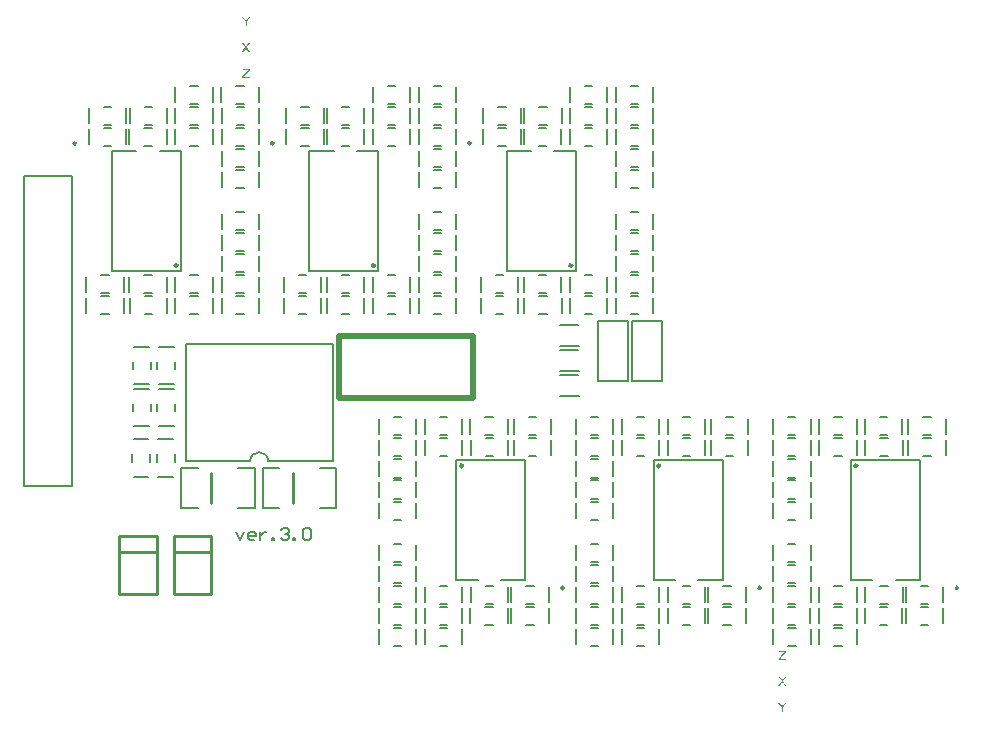
<source format=gto>
G04*
G04 #@! TF.GenerationSoftware,Altium Limited,Altium Designer,22.1.2 (22)*
G04*
G04 Layer_Color=439754*
%FSAX42Y42*%
%MOMM*%
G71*
G04*
G04 #@! TF.SameCoordinates,62F643CC-CF5F-4127-9562-83DCACE2805F*
G04*
G04*
G04 #@! TF.FilePolarity,Positive*
G04*
G01*
G75*
%ADD10C,0.25*%
%ADD11C,0.25*%
%ADD12C,0.15*%
%ADD13C,0.20*%
%ADD14C,0.15*%
%ADD15C,0.50*%
G36*
X002130Y006145D02*
Y006113D01*
X002120D01*
Y006145D01*
X002090Y006190D01*
X002101D01*
X002116Y006167D01*
X002118Y006164D01*
X002120Y006162D01*
X002121Y006159D01*
X002122Y006158D01*
X002122Y006157D01*
X002123Y006157D01*
X002123Y006156D01*
X002124Y006155D01*
X002124Y006155D01*
X002124Y006154D01*
X002125Y006154D01*
X002125Y006154D01*
X002125Y006154D01*
X002126Y006156D01*
X002127Y006158D01*
X002129Y006160D01*
X002130Y006162D01*
X002131Y006163D01*
X002131Y006164D01*
X002131Y006165D01*
X002132Y006165D01*
X002132Y006166D01*
X002132Y006166D01*
X002132Y006166D01*
X002133Y006166D01*
X002148Y006190D01*
X002160D01*
X002130Y006145D01*
D02*
G37*
G36*
X002130Y005933D02*
X002160Y005893D01*
X002148D01*
X002128Y005919D01*
X002128Y005920D01*
X002127Y005921D01*
X002126Y005923D01*
X002125Y005924D01*
X002125Y005924D01*
X002125Y005925D01*
X002125Y005925D01*
Y005925D01*
X002123Y005923D01*
X002123Y005922D01*
X002122Y005922D01*
X002122Y005921D01*
X002122Y005921D01*
X002122Y005920D01*
X002121Y005920D01*
X002102Y005893D01*
X002090D01*
X002118Y005933D01*
X002092Y005970D01*
X002103D01*
X002118Y005949D01*
X002119Y005948D01*
X002121Y005946D01*
X002122Y005944D01*
X002122Y005943D01*
X002123Y005942D01*
X002124Y005941D01*
X002124Y005941D01*
X002124Y005941D01*
X002124Y005941D01*
Y005941D01*
X002125Y005942D01*
X002126Y005943D01*
X002127Y005945D01*
X002128Y005947D01*
X002129Y005948D01*
X002129Y005948D01*
X002130Y005949D01*
X002130Y005949D01*
X002130Y005950D01*
X002130Y005950D01*
X002130Y005950D01*
X002144Y005970D01*
X002157D01*
X002130Y005933D01*
D02*
G37*
G36*
X002154Y005741D02*
X002111Y005687D01*
X002106Y005682D01*
X002155D01*
Y005673D01*
X002094D01*
Y005682D01*
X002134Y005731D01*
X002134Y005731D01*
X002134Y005732D01*
X002134Y005732D01*
X002134Y005732D01*
X002135Y005733D01*
X002135Y005733D01*
X002136Y005735D01*
X002137Y005736D01*
X002139Y005738D01*
X002140Y005739D01*
X002142Y005741D01*
X002099D01*
Y005750D01*
X002154D01*
Y005741D01*
D02*
G37*
G36*
X006694Y000816D02*
X006650Y000762D01*
X006646Y000757D01*
X006695D01*
Y000748D01*
X006634D01*
Y000757D01*
X006673Y000807D01*
X006673Y000807D01*
X006674Y000807D01*
X006674Y000807D01*
X006674Y000807D01*
X006674Y000808D01*
X006675Y000808D01*
X006676Y000810D01*
X006677Y000811D01*
X006679Y000813D01*
X006680Y000814D01*
X006681Y000816D01*
X006638D01*
Y000825D01*
X006694D01*
Y000816D01*
D02*
G37*
G36*
X006672Y000568D02*
X006700Y000528D01*
X006688D01*
X006669Y000555D01*
X006668Y000555D01*
X006668Y000556D01*
X006668Y000556D01*
X006668Y000557D01*
X006667Y000558D01*
X006667Y000558D01*
X006665Y000560D01*
Y000560D01*
X006665Y000560D01*
X006665Y000559D01*
X006665Y000559D01*
X006664Y000558D01*
X006663Y000556D01*
X006662Y000555D01*
X006662Y000555D01*
X006642Y000528D01*
X006630D01*
X006660Y000568D01*
X006633Y000605D01*
X006646D01*
X006660Y000585D01*
X006660Y000585D01*
X006660Y000585D01*
X006660Y000585D01*
X006660Y000584D01*
X006661Y000584D01*
X006661Y000583D01*
X006662Y000582D01*
X006663Y000580D01*
X006664Y000579D01*
X006665Y000577D01*
X006666Y000576D01*
Y000576D01*
X006666Y000576D01*
X006666Y000576D01*
X006666Y000576D01*
X006667Y000577D01*
X006668Y000578D01*
X006668Y000580D01*
X006669Y000581D01*
X006671Y000583D01*
X006672Y000584D01*
X006687Y000605D01*
X006698D01*
X006672Y000568D01*
D02*
G37*
G36*
X006670Y000340D02*
Y000308D01*
X006660D01*
Y000340D01*
X006630Y000385D01*
X006642D01*
X006657Y000362D01*
X006658Y000362D01*
X006658Y000361D01*
X006658Y000361D01*
X006658Y000361D01*
X006659Y000360D01*
X006659Y000359D01*
X006659Y000358D01*
X006660Y000358D01*
X006661Y000356D01*
X006663Y000353D01*
X006664Y000351D01*
X006665Y000349D01*
X006665Y000349D01*
X006665Y000349D01*
X006666Y000349D01*
X006666Y000350D01*
X006666Y000350D01*
X006667Y000351D01*
X006667Y000352D01*
X006668Y000353D01*
X006668Y000354D01*
X006669Y000355D01*
X006670Y000357D01*
X006672Y000359D01*
X006674Y000362D01*
X006689Y000385D01*
X006700D01*
X006670Y000340D01*
D02*
G37*
D10*
X008154Y001355D02*
G03*
X008154Y001355I-000010J000000D01*
G01*
X006484D02*
G03*
X006484Y001355I-000010J000000D01*
G01*
X004814D02*
G03*
X004814Y001355I-000010J000000D01*
G01*
X004026Y005121D02*
G03*
X004026Y005121I-000010J000000D01*
G01*
X000686D02*
G03*
X000686Y005121I-000010J000000D01*
G01*
X002356D02*
G03*
X002356Y005121I-000010J000000D01*
G01*
X001511Y001301D02*
Y001656D01*
Y001301D02*
X001828D01*
Y001656D01*
X001511D02*
Y001796D01*
Y001656D02*
X001828D01*
Y001796D01*
X001511D02*
X001828D01*
X001052D02*
X001369D01*
X001052Y001656D02*
Y001796D01*
Y001656D02*
X001369D01*
Y001796D01*
X001052Y001301D02*
Y001656D01*
Y001301D02*
X001369D01*
Y001656D01*
X002519Y002073D02*
Y002327D01*
X001829Y002073D02*
Y002327D01*
D11*
X007300Y002390D02*
G03*
X007300Y002390I-000012J000000D01*
G01*
X005630D02*
G03*
X005630Y002390I-000012J000000D01*
G01*
X003960D02*
G03*
X003960Y002390I-000012J000000D01*
G01*
X004885Y004086D02*
G03*
X004885Y004086I-000012J000000D01*
G01*
X001545D02*
G03*
X001545Y004086I-000012J000000D01*
G01*
X003215D02*
G03*
X003215Y004086I-000012J000000D01*
G01*
D12*
X002311Y002428D02*
G03*
X002159Y002428I-000076J000000D01*
G01*
X001613D02*
X002159D01*
X002311D02*
X002858D01*
X001613Y003418D02*
X002858D01*
Y002428D02*
Y003418D01*
X001613Y002428D02*
Y003418D01*
D13*
X007246Y001422D02*
X007427D01*
X007829D02*
Y002438D01*
X007246D02*
X007829D01*
X007246Y001422D02*
Y002438D01*
X007624Y001422D02*
X007829D01*
X005954D02*
X006159D01*
X005576D02*
Y002438D01*
X006159D01*
Y001422D02*
Y002438D01*
X005576Y001422D02*
X005757D01*
X003906D02*
X004087D01*
X004489D02*
Y002438D01*
X003906D02*
X004489D01*
X003906Y001422D02*
Y002438D01*
X004284Y001422D02*
X004489D01*
X004331Y005054D02*
X004536D01*
X004914Y004038D02*
Y005054D01*
X004331Y004038D02*
X004914D01*
X004331D02*
Y005054D01*
X004733D02*
X004914D01*
X001393D02*
X001574D01*
X000991Y004038D02*
Y005054D01*
Y004038D02*
X001574D01*
Y005054D01*
X000991D02*
X001196D01*
X002661D02*
X002866D01*
X003244Y004038D02*
Y005054D01*
X002661Y004038D02*
X003244D01*
X002661D02*
Y005054D01*
X003063D02*
X003244D01*
X005105Y003109D02*
Y003617D01*
X005355Y003110D02*
Y003617D01*
X005105Y003109D02*
X005354D01*
X005105Y003617D02*
X005355D01*
X005395D02*
X005645D01*
X005395Y003109D02*
X005644D01*
X005645Y003110D02*
Y003617D01*
X005395Y003109D02*
Y003617D01*
X004780Y003372D02*
X004939Y003373D01*
X004780Y003192D02*
X004940D01*
X004780Y003582D02*
X004939Y003583D01*
X004780Y003402D02*
X004940D01*
X004780Y003160D02*
X004939Y003161D01*
X004780Y002980D02*
X004940D01*
X002265Y002030D02*
Y002370D01*
Y002030D02*
X002404D01*
X002265Y002370D02*
X002404D01*
X002887Y002030D02*
Y002370D01*
X002747D02*
X002887D01*
X002747Y002030D02*
X002887D01*
X001575D02*
Y002370D01*
Y002030D02*
X001714D01*
X001575Y002370D02*
X001714D01*
X002197Y002030D02*
Y002370D01*
X002057D02*
X002197D01*
X002057Y002030D02*
X002197D01*
X002040Y001827D02*
X002073Y001760D01*
X002107Y001827D01*
X002190Y001760D02*
X002157D01*
X002140Y001777D01*
Y001810D01*
X002157Y001827D01*
X002190D01*
X002207Y001810D01*
Y001793D01*
X002140D01*
X002240Y001827D02*
Y001760D01*
Y001793D01*
X002257Y001810D01*
X002273Y001827D01*
X002290D01*
X002340Y001760D02*
Y001777D01*
X002357D01*
Y001760D01*
X002340D01*
X002423Y001843D02*
X002440Y001860D01*
X002473D01*
X002490Y001843D01*
Y001827D01*
X002473Y001810D01*
X002457D01*
X002473D01*
X002490Y001793D01*
Y001777D01*
X002473Y001760D01*
X002440D01*
X002423Y001777D01*
X002523Y001760D02*
Y001777D01*
X002540D01*
Y001760D01*
X002523D01*
X002606Y001843D02*
X002623Y001860D01*
X002656D01*
X002673Y001843D01*
Y001777D01*
X002656Y001760D01*
X002623D01*
X002606Y001777D01*
Y001843D01*
D14*
X006166Y001221D02*
X006230D01*
X006166Y001373D02*
X006230D01*
X006357Y001233D02*
Y001360D01*
X006039Y001233D02*
Y001360D01*
X006713Y001042D02*
X006776D01*
X006713Y001195D02*
X006776D01*
X006903Y001055D02*
Y001182D01*
X006586Y001055D02*
Y001182D01*
X007836Y001042D02*
X007900D01*
X007836Y001195D02*
X007900D01*
X008026Y001055D02*
Y001182D01*
X007709Y001055D02*
Y001182D01*
X007836Y001221D02*
X007900D01*
X007836Y001373D02*
X007900D01*
X008027Y001233D02*
Y001360D01*
X007709Y001233D02*
Y001360D01*
X006713Y002112D02*
X006776D01*
X006713Y002265D02*
X006776D01*
X006904Y002125D02*
Y002252D01*
X006586Y002125D02*
Y002252D01*
X007491Y001042D02*
X007554D01*
X007491Y001195D02*
X007554D01*
X007681Y001055D02*
Y001182D01*
X007364Y001055D02*
Y001182D01*
X006713Y001551D02*
X006776D01*
X006713Y001399D02*
X006776D01*
X006586Y001412D02*
Y001539D01*
X006904Y001412D02*
Y001539D01*
X007493Y001373D02*
X007557D01*
X007493Y001221D02*
X007557D01*
X007366Y001233D02*
Y001360D01*
X007684Y001233D02*
Y001360D01*
X007856Y002647D02*
X007920D01*
X007856Y002799D02*
X007920D01*
X008047Y002660D02*
Y002787D01*
X007729Y002660D02*
Y002787D01*
X007856Y002469D02*
X007920D01*
X007856Y002621D02*
X007920D01*
X008047Y002481D02*
Y002608D01*
X007729Y002481D02*
Y002608D01*
X007103Y000864D02*
X007166D01*
X007103Y001016D02*
X007166D01*
X007293Y000877D02*
Y001004D01*
X006976Y000877D02*
Y001004D01*
X007103Y001195D02*
X007166D01*
X007103Y001042D02*
X007166D01*
X006976Y001055D02*
Y001182D01*
X007293Y001055D02*
Y001182D01*
X006713Y001373D02*
X006776D01*
X006713Y001221D02*
X006776D01*
X006586Y001233D02*
Y001360D01*
X006904Y001233D02*
Y001360D01*
X007490Y002799D02*
X007554D01*
X007490Y002647D02*
X007554D01*
X007363Y002660D02*
Y002787D01*
X007681Y002660D02*
Y002787D01*
X006713Y002290D02*
X006776D01*
X006713Y002443D02*
X006776D01*
X006904Y002303D02*
Y002430D01*
X006586Y002303D02*
Y002430D01*
X007104Y002799D02*
X007167D01*
X007104Y002647D02*
X007167D01*
X006976Y002660D02*
Y002787D01*
X007294Y002660D02*
Y002787D01*
X006713Y002799D02*
X006776D01*
X006713Y002647D02*
X006776D01*
X006586Y002660D02*
Y002787D01*
X006904Y002660D02*
Y002787D01*
X006713Y001577D02*
X006776D01*
X006713Y001730D02*
X006776D01*
X006904Y001590D02*
Y001717D01*
X006586Y001590D02*
Y001717D01*
X006713Y000864D02*
X006777D01*
X006713Y001016D02*
X006777D01*
X006904Y000877D02*
Y001004D01*
X006586Y000877D02*
Y001004D01*
X007104Y001221D02*
X007167D01*
X007104Y001373D02*
X007167D01*
X007294Y001233D02*
Y001360D01*
X006976Y001233D02*
Y001360D01*
X007493Y002469D02*
X007557D01*
X007493Y002621D02*
X007557D01*
X007684Y002481D02*
Y002608D01*
X007366Y002481D02*
Y002608D01*
X007103Y002469D02*
X007167D01*
X007103Y002621D02*
X007167D01*
X007294Y002481D02*
Y002608D01*
X006976Y002481D02*
Y002608D01*
X006713Y002469D02*
X006776D01*
X006713Y002621D02*
X006776D01*
X006904Y002481D02*
Y002608D01*
X006586Y002481D02*
Y002608D01*
X006713Y002086D02*
X006776D01*
X006713Y001934D02*
X006776D01*
X006586Y001947D02*
Y002074D01*
X006904Y001947D02*
Y002074D01*
X000247Y004847D02*
X000647D01*
X000247Y002219D02*
Y004847D01*
X000647Y002219D02*
Y004847D01*
X000247Y002219D02*
X000647D01*
X005306Y000877D02*
Y001004D01*
X005623Y000877D02*
Y001004D01*
X005433Y001016D02*
X005496D01*
X005433Y000864D02*
X005496D01*
X004369Y001055D02*
Y001182D01*
X004687Y001055D02*
Y001182D01*
X004496Y001195D02*
X004560D01*
X004496Y001042D02*
X004560D01*
X004369Y001233D02*
Y001360D01*
X004687Y001233D02*
Y001360D01*
X004496Y001373D02*
X004560D01*
X004496Y001221D02*
X004560D01*
X003246Y002125D02*
Y002252D01*
X003563Y002125D02*
Y002252D01*
X003373Y002265D02*
X003437D01*
X003373Y002112D02*
X003437D01*
X003637Y001233D02*
Y001360D01*
X003954Y001233D02*
Y001360D01*
X003763Y001373D02*
X003827D01*
X003763Y001221D02*
X003827D01*
X003563Y001947D02*
Y002074D01*
X003246Y001947D02*
Y002074D01*
X003373Y001934D02*
X003437D01*
X003373Y002086D02*
X003437D01*
X003246Y001590D02*
Y001717D01*
X003563Y001590D02*
Y001717D01*
X003373Y001730D02*
X003437D01*
X003373Y001577D02*
X003437D01*
X004024Y001055D02*
Y001182D01*
X004341Y001055D02*
Y001182D01*
X004151Y001195D02*
X004214D01*
X004151Y001042D02*
X004214D01*
X003246Y000877D02*
Y001004D01*
X003564Y000877D02*
Y001004D01*
X003373Y001016D02*
X003437D01*
X003373Y000864D02*
X003437D01*
X003563Y001412D02*
Y001539D01*
X003246Y001412D02*
Y001539D01*
X003373Y001399D02*
X003437D01*
X003373Y001551D02*
X003437D01*
X004344Y001233D02*
Y001360D01*
X004026Y001233D02*
Y001360D01*
X004153Y001221D02*
X004217D01*
X004153Y001373D02*
X004217D01*
X004389Y002481D02*
Y002608D01*
X004707Y002481D02*
Y002608D01*
X004516Y002621D02*
X004580D01*
X004516Y002469D02*
X004580D01*
X003953Y001055D02*
Y001182D01*
X003636Y001055D02*
Y001182D01*
X003763Y001042D02*
X003826D01*
X003763Y001195D02*
X003826D01*
X004341Y002660D02*
Y002787D01*
X004023Y002660D02*
Y002787D01*
X004150Y002647D02*
X004214D01*
X004150Y002799D02*
X004214D01*
X003954Y002660D02*
Y002787D01*
X003637Y002660D02*
Y002787D01*
X003763Y002647D02*
X003827D01*
X003763Y002799D02*
X003827D01*
X003636Y002481D02*
Y002608D01*
X003954Y002481D02*
Y002608D01*
X003763Y002621D02*
X003827D01*
X003763Y002469D02*
X003827D01*
X003246Y002481D02*
Y002608D01*
X003563Y002481D02*
Y002608D01*
X003373Y002621D02*
X003437D01*
X003373Y002469D02*
X003437D01*
X004389Y002660D02*
Y002787D01*
X004707Y002660D02*
Y002787D01*
X004516Y002799D02*
X004580D01*
X004516Y002647D02*
X004580D01*
X003246Y001055D02*
Y001182D01*
X003563Y001055D02*
Y001182D01*
X003373Y001195D02*
X003436D01*
X003373Y001042D02*
X003436D01*
X003636Y000877D02*
Y001004D01*
X003953Y000877D02*
Y001004D01*
X003763Y001016D02*
X003826D01*
X003763Y000864D02*
X003826D01*
X003563Y001233D02*
Y001360D01*
X003246Y001233D02*
Y001360D01*
X003373Y001221D02*
X003437D01*
X003373Y001373D02*
X003437D01*
X003246Y002303D02*
Y002430D01*
X003563Y002303D02*
Y002430D01*
X003373Y002443D02*
X003437D01*
X003373Y002290D02*
X003437D01*
X003563Y002660D02*
Y002787D01*
X003246Y002660D02*
Y002787D01*
X003373Y002647D02*
X003437D01*
X003373Y002799D02*
X003437D01*
X004026Y002481D02*
Y002608D01*
X004344Y002481D02*
Y002608D01*
X004153Y002621D02*
X004217D01*
X004153Y002469D02*
X004217D01*
X001159Y002423D02*
Y002486D01*
X001311Y002423D02*
Y002486D01*
X001172Y002296D02*
X001298D01*
X001172Y002614D02*
X001298D01*
X001381Y002296D02*
X001509D01*
X001381Y002614D02*
X001509D01*
X001369Y002423D02*
Y002486D01*
X001521Y002423D02*
Y002486D01*
X001316Y002851D02*
Y002914D01*
X001164Y002851D02*
Y002914D01*
X001177Y003041D02*
X001303D01*
X001177Y002724D02*
X001303D01*
X001164Y003208D02*
Y003272D01*
X001316Y003208D02*
Y003272D01*
X001177Y003081D02*
X001303D01*
X001177Y003399D02*
X001303D01*
X006039Y001055D02*
Y001182D01*
X006356Y001055D02*
Y001182D01*
X006166Y001195D02*
X006229D01*
X006166Y001042D02*
X006229D01*
X004916Y002125D02*
Y002252D01*
X005233Y002125D02*
Y002252D01*
X005043Y002265D02*
X005106D01*
X005043Y002112D02*
X005106D01*
X004916Y000877D02*
Y001004D01*
X005234Y000877D02*
Y001004D01*
X005043Y001016D02*
X005107D01*
X005043Y000864D02*
X005107D01*
X005233Y001412D02*
Y001539D01*
X004916Y001412D02*
Y001539D01*
X005043Y001399D02*
X005106D01*
X005043Y001551D02*
X005106D01*
X006014Y001233D02*
Y001360D01*
X005696Y001233D02*
Y001360D01*
X005823Y001221D02*
X005887D01*
X005823Y001373D02*
X005887D01*
X006059Y002660D02*
Y002787D01*
X006377Y002660D02*
Y002787D01*
X006186Y002799D02*
X006250D01*
X006186Y002647D02*
X006250D01*
X006059Y002481D02*
Y002608D01*
X006377Y002481D02*
Y002608D01*
X006186Y002621D02*
X006250D01*
X006186Y002469D02*
X006250D01*
X004916Y001055D02*
Y001182D01*
X005233Y001055D02*
Y001182D01*
X005043Y001195D02*
X005106D01*
X005043Y001042D02*
X005106D01*
X005623Y001055D02*
Y001182D01*
X005306Y001055D02*
Y001182D01*
X005433Y001042D02*
X005496D01*
X005433Y001195D02*
X005496D01*
X005233Y001233D02*
Y001360D01*
X004916Y001233D02*
Y001360D01*
X005043Y001221D02*
X005106D01*
X005043Y001373D02*
X005106D01*
X006011Y002660D02*
Y002787D01*
X005693Y002660D02*
Y002787D01*
X005820Y002647D02*
X005884D01*
X005820Y002799D02*
X005884D01*
X004916Y002303D02*
Y002430D01*
X005233Y002303D02*
Y002430D01*
X005043Y002443D02*
X005106D01*
X005043Y002290D02*
X005106D01*
X005624Y002660D02*
Y002787D01*
X005306Y002660D02*
Y002787D01*
X005433Y002647D02*
X005497D01*
X005433Y002799D02*
X005497D01*
X005233Y002660D02*
Y002787D01*
X004916Y002660D02*
Y002787D01*
X005043Y002647D02*
X005106D01*
X005043Y002799D02*
X005106D01*
X005696Y002481D02*
Y002608D01*
X006014Y002481D02*
Y002608D01*
X005823Y002621D02*
X005887D01*
X005823Y002469D02*
X005887D01*
X005306Y002481D02*
Y002608D01*
X005624Y002481D02*
Y002608D01*
X005433Y002621D02*
X005497D01*
X005433Y002469D02*
X005497D01*
X004916Y002481D02*
Y002608D01*
X005233Y002481D02*
Y002608D01*
X005043Y002621D02*
X005106D01*
X005043Y002469D02*
X005106D01*
X005233Y001947D02*
Y002074D01*
X004916Y001947D02*
Y002074D01*
X005043Y001934D02*
X005106D01*
X005043Y002086D02*
X005106D01*
X004916Y001590D02*
Y001717D01*
X005233Y001590D02*
Y001717D01*
X005043Y001730D02*
X005106D01*
X005043Y001577D02*
X005106D01*
X005694Y001055D02*
Y001182D01*
X006011Y001055D02*
Y001182D01*
X005821Y001195D02*
X005884D01*
X005821Y001042D02*
X005884D01*
X005306Y001233D02*
Y001360D01*
X005624Y001233D02*
Y001360D01*
X005433Y001373D02*
X005497D01*
X005433Y001221D02*
X005497D01*
X001526Y003208D02*
Y003272D01*
X001374Y003208D02*
Y003272D01*
X001386Y003399D02*
X001514D01*
X001386Y003081D02*
X001514D01*
X001526Y002851D02*
Y002914D01*
X001374Y002851D02*
Y002914D01*
X001386Y003041D02*
X001514D01*
X001386Y002724D02*
X001514D01*
X001844Y003862D02*
Y003989D01*
X001526Y003862D02*
Y003989D01*
X001653Y003849D02*
X001717D01*
X001653Y004001D02*
X001717D01*
X002234Y003862D02*
Y003989D01*
X001917Y003862D02*
Y003989D01*
X002043Y003849D02*
X002107D01*
X002043Y004001D02*
X002107D01*
X001454Y003862D02*
Y003989D01*
X001136Y003862D02*
Y003989D01*
X001263Y003849D02*
X001327D01*
X001263Y004001D02*
X001327D01*
X002234Y005466D02*
Y005593D01*
X001916Y005466D02*
Y005593D01*
X002043Y005454D02*
X002107D01*
X002043Y005606D02*
X002107D01*
X001456Y005288D02*
Y005415D01*
X001139Y005288D02*
Y005415D01*
X001266Y005275D02*
X001329D01*
X001266Y005428D02*
X001329D01*
X002234Y004753D02*
Y004880D01*
X001917Y004753D02*
Y004880D01*
X002043Y004740D02*
X002107D01*
X002043Y004893D02*
X002107D01*
X001917Y003683D02*
Y003810D01*
X002234Y003683D02*
Y003810D01*
X002043Y003823D02*
X002107D01*
X002043Y003671D02*
X002107D01*
X001526Y003683D02*
Y003810D01*
X001843Y003683D02*
Y003810D01*
X001653Y003823D02*
X001716D01*
X001653Y003671D02*
X001716D01*
X002234Y004040D02*
Y004167D01*
X001917Y004040D02*
Y004167D01*
X002043Y004027D02*
X002107D01*
X002043Y004180D02*
X002107D01*
X001139Y003683D02*
Y003810D01*
X001457Y003683D02*
Y003810D01*
X001266Y003823D02*
X001330D01*
X001266Y003671D02*
X001330D01*
X001917Y005110D02*
Y005237D01*
X002234Y005110D02*
Y005237D01*
X002043Y005249D02*
X002107D01*
X002043Y005097D02*
X002107D01*
X001527Y005288D02*
Y005415D01*
X001844Y005288D02*
Y005415D01*
X001654Y005428D02*
X001717D01*
X001654Y005275D02*
X001717D01*
X001844Y005466D02*
Y005593D01*
X001527Y005466D02*
Y005593D01*
X001654Y005454D02*
X001717D01*
X001654Y005606D02*
X001717D01*
X002234Y005288D02*
Y005415D01*
X001917Y005288D02*
Y005415D01*
X002044Y005275D02*
X002107D01*
X002044Y005428D02*
X002107D01*
X001091Y003862D02*
Y003989D01*
X000773Y003862D02*
Y003989D01*
X000900Y003849D02*
X000964D01*
X000900Y004001D02*
X000964D01*
X001091Y003683D02*
Y003810D01*
X000773Y003683D02*
Y003810D01*
X000900Y003671D02*
X000964D01*
X000900Y003823D02*
X000964D01*
X001136Y005110D02*
Y005237D01*
X001454Y005110D02*
Y005237D01*
X001263Y005249D02*
X001327D01*
X001263Y005097D02*
X001327D01*
X001917Y004931D02*
Y005058D01*
X002234Y004931D02*
Y005058D01*
X002043Y005071D02*
X002107D01*
X002043Y004919D02*
X002107D01*
X003514Y003862D02*
Y003989D01*
X003196Y003862D02*
Y003989D01*
X003323Y003849D02*
X003387D01*
X003323Y004001D02*
X003387D01*
X003904Y003862D02*
Y003989D01*
X003587Y003862D02*
Y003989D01*
X003713Y003849D02*
X003777D01*
X003713Y004001D02*
X003777D01*
X003124Y003862D02*
Y003989D01*
X002806Y003862D02*
Y003989D01*
X002933Y003849D02*
X002997D01*
X002933Y004001D02*
X002997D01*
X003904Y005466D02*
Y005593D01*
X003586Y005466D02*
Y005593D01*
X003713Y005454D02*
X003777D01*
X003713Y005606D02*
X003777D01*
X003126Y005288D02*
Y005415D01*
X002809Y005288D02*
Y005415D01*
X002936Y005275D02*
X002999D01*
X002936Y005428D02*
X002999D01*
X003904Y004753D02*
Y004880D01*
X003587Y004753D02*
Y004880D01*
X003713Y004740D02*
X003777D01*
X003713Y004893D02*
X003777D01*
X003587Y003683D02*
Y003810D01*
X003904Y003683D02*
Y003810D01*
X003713Y003823D02*
X003777D01*
X003713Y003671D02*
X003777D01*
X003196Y003683D02*
Y003810D01*
X003513Y003683D02*
Y003810D01*
X003323Y003823D02*
X003387D01*
X003323Y003671D02*
X003387D01*
X003904Y004040D02*
Y004167D01*
X003587Y004040D02*
Y004167D01*
X003713Y004027D02*
X003777D01*
X003713Y004180D02*
X003777D01*
X002809Y003683D02*
Y003810D01*
X003127Y003683D02*
Y003810D01*
X002936Y003823D02*
X003000D01*
X002936Y003671D02*
X003000D01*
X003587Y005110D02*
Y005237D01*
X003904Y005110D02*
Y005237D01*
X003713Y005249D02*
X003777D01*
X003713Y005097D02*
X003777D01*
X003197Y005288D02*
Y005415D01*
X003514Y005288D02*
Y005415D01*
X003324Y005428D02*
X003387D01*
X003324Y005275D02*
X003387D01*
X003514Y005466D02*
Y005593D01*
X003197Y005466D02*
Y005593D01*
X003324Y005454D02*
X003387D01*
X003324Y005606D02*
X003387D01*
X003904Y005288D02*
Y005415D01*
X003587Y005288D02*
Y005415D01*
X003714Y005275D02*
X003777D01*
X003714Y005428D02*
X003777D01*
X002761Y003862D02*
Y003989D01*
X002443Y003862D02*
Y003989D01*
X002570Y003849D02*
X002634D01*
X002570Y004001D02*
X002634D01*
X002761Y003683D02*
Y003810D01*
X002443Y003683D02*
Y003810D01*
X002570Y003671D02*
X002634D01*
X002570Y003823D02*
X002634D01*
X002806Y005110D02*
Y005237D01*
X003124Y005110D02*
Y005237D01*
X002933Y005249D02*
X002997D01*
X002933Y005097D02*
X002997D01*
X003587Y004931D02*
Y005058D01*
X003904Y004931D02*
Y005058D01*
X003713Y005071D02*
X003777D01*
X003713Y004919D02*
X003777D01*
X002781Y005288D02*
Y005415D01*
X002464Y005288D02*
Y005415D01*
X002591Y005275D02*
X002654D01*
X002591Y005428D02*
X002654D01*
X002781Y005110D02*
Y005237D01*
X002463Y005110D02*
Y005237D01*
X002590Y005097D02*
X002654D01*
X002590Y005249D02*
X002654D01*
X003904Y004218D02*
Y004345D01*
X003587Y004218D02*
Y004345D01*
X003713Y004206D02*
X003777D01*
X003713Y004358D02*
X003777D01*
X003513Y005110D02*
Y005237D01*
X003196Y005110D02*
Y005237D01*
X003323Y005097D02*
X003387D01*
X003323Y005249D02*
X003387D01*
X003587Y004397D02*
Y004524D01*
X003904Y004397D02*
Y004524D01*
X003713Y004536D02*
X003777D01*
X003713Y004384D02*
X003777D01*
X001111Y005288D02*
Y005415D01*
X000793Y005288D02*
Y005415D01*
X000920Y005275D02*
X000984D01*
X000920Y005428D02*
X000984D01*
X001111Y005110D02*
Y005237D01*
X000793Y005110D02*
Y005237D01*
X000920Y005097D02*
X000984D01*
X000920Y005249D02*
X000984D01*
X002234Y004218D02*
Y004345D01*
X001917Y004218D02*
Y004345D01*
X002043Y004206D02*
X002107D01*
X002043Y004358D02*
X002107D01*
X001843Y005110D02*
Y005237D01*
X001526Y005110D02*
Y005237D01*
X001653Y005097D02*
X001717D01*
X001653Y005249D02*
X001717D01*
X001917Y004397D02*
Y004524D01*
X002234Y004397D02*
Y004524D01*
X002043Y004536D02*
X002107D01*
X002043Y004384D02*
X002107D01*
X005256Y004931D02*
Y005058D01*
X005574Y004931D02*
Y005058D01*
X005383Y005071D02*
X005447D01*
X005383Y004919D02*
X005447D01*
X004476Y005110D02*
Y005237D01*
X004794Y005110D02*
Y005237D01*
X004603Y005249D02*
X004667D01*
X004603Y005097D02*
X004667D01*
X004431Y003683D02*
Y003810D01*
X004113Y003683D02*
Y003810D01*
X004240Y003671D02*
X004304D01*
X004240Y003823D02*
X004304D01*
X004431Y003862D02*
Y003989D01*
X004113Y003862D02*
Y003989D01*
X004240Y003849D02*
X004304D01*
X004240Y004001D02*
X004304D01*
X005574Y005288D02*
Y005415D01*
X005257Y005288D02*
Y005415D01*
X005384Y005275D02*
X005447D01*
X005384Y005428D02*
X005447D01*
X005184Y005466D02*
Y005593D01*
X004867Y005466D02*
Y005593D01*
X004994Y005454D02*
X005057D01*
X004994Y005606D02*
X005057D01*
X004867Y005288D02*
Y005415D01*
X005184Y005288D02*
Y005415D01*
X004994Y005428D02*
X005057D01*
X004994Y005275D02*
X005057D01*
X005256Y005110D02*
Y005237D01*
X005574Y005110D02*
Y005237D01*
X005383Y005249D02*
X005447D01*
X005383Y005097D02*
X005447D01*
X004479Y003683D02*
Y003810D01*
X004797Y003683D02*
Y003810D01*
X004606Y003823D02*
X004670D01*
X004606Y003671D02*
X004670D01*
X004451Y005288D02*
Y005415D01*
X004133Y005288D02*
Y005415D01*
X004260Y005275D02*
X004324D01*
X004260Y005428D02*
X004324D01*
X004451Y005110D02*
Y005237D01*
X004133Y005110D02*
Y005237D01*
X004260Y005097D02*
X004324D01*
X004260Y005249D02*
X004324D01*
X005574Y004040D02*
Y004167D01*
X005256Y004040D02*
Y004167D01*
X005383Y004027D02*
X005447D01*
X005383Y004180D02*
X005447D01*
X004866Y003683D02*
Y003810D01*
X005183Y003683D02*
Y003810D01*
X004993Y003823D02*
X005056D01*
X004993Y003671D02*
X005056D01*
X005256Y003683D02*
Y003810D01*
X005574Y003683D02*
Y003810D01*
X005383Y003823D02*
X005447D01*
X005383Y003671D02*
X005447D01*
X005574Y004218D02*
Y004345D01*
X005256Y004218D02*
Y004345D01*
X005383Y004206D02*
X005447D01*
X005383Y004358D02*
X005447D01*
X005574Y004753D02*
Y004880D01*
X005256Y004753D02*
Y004880D01*
X005383Y004740D02*
X005447D01*
X005383Y004893D02*
X005447D01*
X004796Y005288D02*
Y005415D01*
X004479Y005288D02*
Y005415D01*
X004606Y005275D02*
X004669D01*
X004606Y005428D02*
X004669D01*
X005574Y005466D02*
Y005593D01*
X005256Y005466D02*
Y005593D01*
X005383Y005454D02*
X005447D01*
X005383Y005606D02*
X005447D01*
X005183Y005110D02*
Y005237D01*
X004866Y005110D02*
Y005237D01*
X004993Y005097D02*
X005056D01*
X004993Y005249D02*
X005056D01*
X004794Y003862D02*
Y003989D01*
X004476Y003862D02*
Y003989D01*
X004603Y003849D02*
X004667D01*
X004603Y004001D02*
X004667D01*
X005574Y003862D02*
Y003989D01*
X005256Y003862D02*
Y003989D01*
X005383Y003849D02*
X005447D01*
X005383Y004001D02*
X005447D01*
X005184Y003862D02*
Y003989D01*
X004866Y003862D02*
Y003989D01*
X004993Y003849D02*
X005057D01*
X004993Y004001D02*
X005057D01*
X005256Y004397D02*
Y004524D01*
X005574Y004397D02*
Y004524D01*
X005383Y004536D02*
X005447D01*
X005383Y004384D02*
X005447D01*
D15*
X004042Y002960D02*
Y003490D01*
X002910Y002960D02*
X004042D01*
X002910Y003490D02*
X004042D01*
X002910Y002960D02*
Y003490D01*
M02*

</source>
